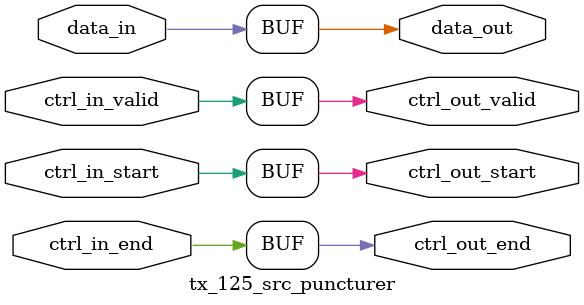
<source format=v>



`timescale 1 ns / 1 ns

module tx_125_src_puncturer
          (data_in,
           ctrl_in_start,
           ctrl_in_end,
           ctrl_in_valid,
           data_out,
           ctrl_out_start,
           ctrl_out_end,
           ctrl_out_valid);


  input   data_in;
  input   ctrl_in_start;
  input   ctrl_in_end;
  input   ctrl_in_valid;
  output  data_out;
  output  ctrl_out_start;
  output  ctrl_out_end;
  output  ctrl_out_valid;




  assign data_out = data_in;

  assign ctrl_out_start = ctrl_in_start;

  assign ctrl_out_end = ctrl_in_end;

  assign ctrl_out_valid = ctrl_in_valid;

endmodule  // tx_125_src_puncturer


</source>
